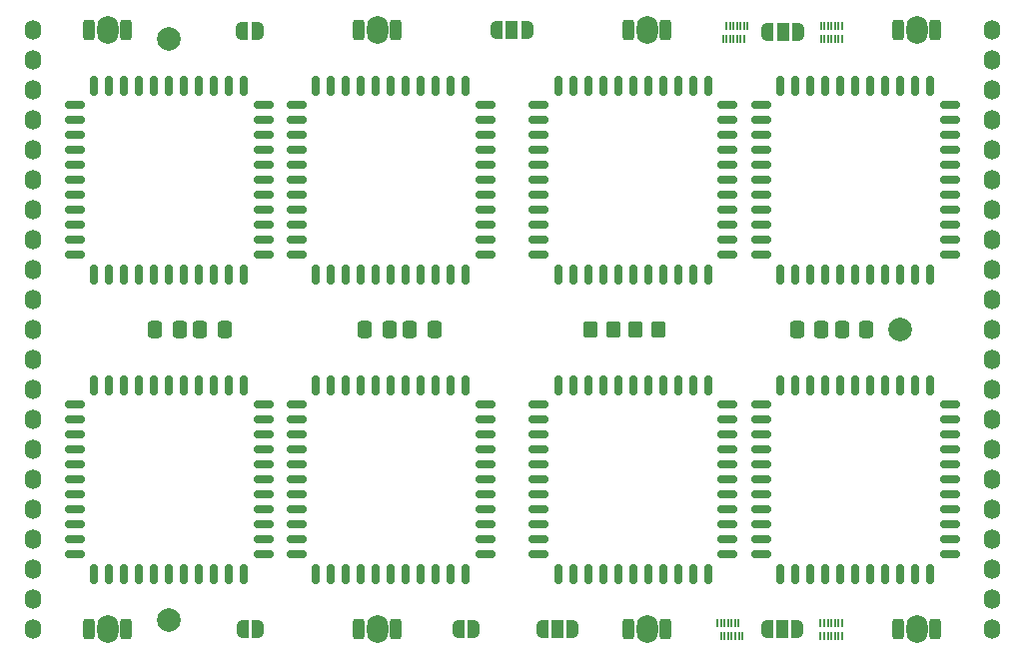
<source format=gbr>
%TF.GenerationSoftware,KiCad,Pcbnew,(6.0.6-0)*%
%TF.CreationDate,2022-07-26T09:11:42-07:00*%
%TF.ProjectId,MTMatrixV3,4d544d61-7472-4697-9856-332e6b696361,rev?*%
%TF.SameCoordinates,Original*%
%TF.FileFunction,Soldermask,Bot*%
%TF.FilePolarity,Negative*%
%FSLAX46Y46*%
G04 Gerber Fmt 4.6, Leading zero omitted, Abs format (unit mm)*
G04 Created by KiCad (PCBNEW (6.0.6-0)) date 2022-07-26 09:11:42*
%MOMM*%
%LPD*%
G01*
G04 APERTURE LIST*
G04 Aperture macros list*
%AMRoundRect*
0 Rectangle with rounded corners*
0 $1 Rounding radius*
0 $2 $3 $4 $5 $6 $7 $8 $9 X,Y pos of 4 corners*
0 Add a 4 corners polygon primitive as box body*
4,1,4,$2,$3,$4,$5,$6,$7,$8,$9,$2,$3,0*
0 Add four circle primitives for the rounded corners*
1,1,$1+$1,$2,$3*
1,1,$1+$1,$4,$5*
1,1,$1+$1,$6,$7*
1,1,$1+$1,$8,$9*
0 Add four rect primitives between the rounded corners*
20,1,$1+$1,$2,$3,$4,$5,0*
20,1,$1+$1,$4,$5,$6,$7,0*
20,1,$1+$1,$6,$7,$8,$9,0*
20,1,$1+$1,$8,$9,$2,$3,0*%
%AMFreePoly0*
4,1,22,0.500000,-0.750000,0.000000,-0.750000,0.000000,-0.745033,-0.079941,-0.743568,-0.215256,-0.701293,-0.333266,-0.622738,-0.424486,-0.514219,-0.481581,-0.384460,-0.499164,-0.250000,-0.500000,-0.250000,-0.500000,0.250000,-0.499164,0.250000,-0.499963,0.256109,-0.478152,0.396186,-0.417904,0.524511,-0.324060,0.630769,-0.204165,0.706417,-0.067858,0.745374,0.000000,0.744959,0.000000,0.750000,
0.500000,0.750000,0.500000,-0.750000,0.500000,-0.750000,$1*%
%AMFreePoly1*
4,1,20,0.000000,0.744959,0.073905,0.744508,0.209726,0.703889,0.328688,0.626782,0.421226,0.519385,0.479903,0.390333,0.500000,0.250000,0.500000,-0.250000,0.499851,-0.262216,0.476331,-0.402017,0.414519,-0.529596,0.319384,-0.634700,0.198574,-0.708877,0.061801,-0.746166,0.000000,-0.745033,0.000000,-0.750000,-0.500000,-0.750000,-0.500000,0.750000,0.000000,0.750000,0.000000,0.744959,
0.000000,0.744959,$1*%
%AMFreePoly2*
4,1,22,0.550000,-0.750000,0.000000,-0.750000,0.000000,-0.745033,-0.079941,-0.743568,-0.215256,-0.701293,-0.333266,-0.622738,-0.424486,-0.514219,-0.481581,-0.384460,-0.499164,-0.250000,-0.500000,-0.250000,-0.500000,0.250000,-0.499164,0.250000,-0.499963,0.256109,-0.478152,0.396186,-0.417904,0.524511,-0.324060,0.630769,-0.204165,0.706417,-0.067858,0.745374,0.000000,0.744959,0.000000,0.750000,
0.550000,0.750000,0.550000,-0.750000,0.550000,-0.750000,$1*%
%AMFreePoly3*
4,1,20,0.000000,0.744959,0.073905,0.744508,0.209726,0.703889,0.328688,0.626782,0.421226,0.519385,0.479903,0.390333,0.500000,0.250000,0.500000,-0.250000,0.499851,-0.262216,0.476331,-0.402017,0.414519,-0.529596,0.319384,-0.634700,0.198574,-0.708877,0.061801,-0.746166,0.000000,-0.745033,0.000000,-0.750000,-0.550000,-0.750000,-0.550000,0.750000,0.000000,0.750000,0.000000,0.744959,
0.000000,0.744959,$1*%
G04 Aperture macros list end*
%ADD10C,0.200000*%
%ADD11C,2.000000*%
%ADD12RoundRect,0.700000X0.000000X-0.150000X0.000000X-0.150000X0.000000X0.150000X0.000000X0.150000X0*%
%ADD13RoundRect,0.250000X0.337500X0.475000X-0.337500X0.475000X-0.337500X-0.475000X0.337500X-0.475000X0*%
%ADD14FreePoly0,180.000000*%
%ADD15FreePoly1,180.000000*%
%ADD16FreePoly2,180.000000*%
%ADD17R,1.000000X1.500000*%
%ADD18FreePoly3,180.000000*%
%ADD19O,1.800000X2.400000*%
%ADD20RoundRect,0.190000X0.285000X0.685000X-0.285000X0.685000X-0.285000X-0.685000X0.285000X-0.685000X0*%
%ADD21RoundRect,0.250000X0.350000X0.450000X-0.350000X0.450000X-0.350000X-0.450000X0.350000X-0.450000X0*%
%ADD22RoundRect,0.150000X0.700000X-0.150000X0.700000X0.150000X-0.700000X0.150000X-0.700000X-0.150000X0*%
%ADD23RoundRect,0.150000X0.150000X-0.700000X0.150000X0.700000X-0.150000X0.700000X-0.150000X-0.700000X0*%
%ADD24RoundRect,0.150000X0.150000X0.700000X-0.150000X0.700000X-0.150000X-0.700000X0.150000X-0.700000X0*%
%ADD25RoundRect,0.150000X0.700000X0.150000X-0.700000X0.150000X-0.700000X-0.150000X0.700000X-0.150000X0*%
%ADD26RoundRect,0.150000X-0.150000X-0.700000X0.150000X-0.700000X0.150000X0.700000X-0.150000X0.700000X0*%
%ADD27RoundRect,0.150000X-0.700000X-0.150000X0.700000X-0.150000X0.700000X0.150000X-0.700000X0.150000X0*%
%ADD28RoundRect,0.150000X-0.700000X0.150000X-0.700000X-0.150000X0.700000X-0.150000X0.700000X0.150000X0*%
%ADD29RoundRect,0.150000X-0.150000X0.700000X-0.150000X-0.700000X0.150000X-0.700000X0.150000X0.700000X0*%
G04 APERTURE END LIST*
D10*
X191250027Y-30882504D02*
X191250027Y-31517504D01*
X182805000Y-80412500D02*
X182805000Y-81047500D01*
X184750027Y-30882504D02*
X184750027Y-31517504D01*
X182950027Y-30882504D02*
X182950027Y-31517504D01*
X192140000Y-80422500D02*
X192140000Y-81057500D01*
X192740000Y-81522500D02*
X192740000Y-82157500D01*
X184450027Y-30882504D02*
X184450027Y-31517504D01*
X193040000Y-81522500D02*
X193040000Y-82157500D01*
X184450027Y-29782504D02*
X184450027Y-30417504D01*
X184301000Y-80412500D02*
X184301000Y-81047500D01*
X192740000Y-80422500D02*
X192740000Y-81057500D01*
X184605000Y-81512500D02*
X184605000Y-82147500D01*
X191550027Y-30882504D02*
X191550027Y-31517504D01*
X184305000Y-81512500D02*
X184305000Y-82147500D01*
X192750027Y-30882504D02*
X192750027Y-31517504D01*
X183105000Y-80412500D02*
X183105000Y-81047500D01*
X183250027Y-30882504D02*
X183250027Y-31517504D01*
X193046027Y-29782504D02*
X193046027Y-30417504D01*
X183705000Y-80412500D02*
X183705000Y-81047500D01*
X192440000Y-81522500D02*
X192440000Y-82157500D01*
X192140000Y-81522500D02*
X192140000Y-82157500D01*
X183550027Y-30882504D02*
X183550027Y-31517504D01*
X183705000Y-81512500D02*
X183705000Y-82147500D01*
X193036000Y-80422500D02*
X193036000Y-81057500D01*
X183850027Y-29782504D02*
X183850027Y-30417504D01*
X183405000Y-80412500D02*
X183405000Y-81047500D01*
X184746027Y-29782504D02*
X184746027Y-30417504D01*
X191850027Y-30882504D02*
X191850027Y-31517504D01*
X192450027Y-30882504D02*
X192450027Y-31517504D01*
X183850027Y-30882504D02*
X183850027Y-31517504D01*
X185050027Y-29782504D02*
X185050027Y-30417504D01*
X193050027Y-30882504D02*
X193050027Y-31517504D01*
X191250027Y-29782504D02*
X191250027Y-30417504D01*
X191540000Y-81522500D02*
X191540000Y-82157500D01*
X184005000Y-81512500D02*
X184005000Y-82147500D01*
X191240000Y-80422500D02*
X191240000Y-81057500D01*
X182805000Y-81512500D02*
X182805000Y-82147500D01*
X183405000Y-81512500D02*
X183405000Y-82147500D01*
X184150027Y-29782504D02*
X184150027Y-30417504D01*
X183550027Y-29782504D02*
X183550027Y-30417504D01*
X182505000Y-80412500D02*
X182505000Y-81047500D01*
X191540000Y-80422500D02*
X191540000Y-81057500D01*
X191840000Y-81522500D02*
X191840000Y-82157500D01*
X192450027Y-29782504D02*
X192450027Y-30417504D01*
X192150027Y-29782504D02*
X192150027Y-30417504D01*
X184150027Y-30882504D02*
X184150027Y-31517504D01*
X191850027Y-29782504D02*
X191850027Y-30417504D01*
X183105000Y-81512500D02*
X183105000Y-82147500D01*
X191840000Y-80422500D02*
X191840000Y-81057500D01*
X191550027Y-29782504D02*
X191550027Y-30417504D01*
X192150027Y-30882504D02*
X192150027Y-31517504D01*
X183250027Y-29782504D02*
X183250027Y-30417504D01*
X191240000Y-81522500D02*
X191240000Y-82157500D01*
X192440000Y-80422500D02*
X192440000Y-81057500D01*
X184005000Y-80412500D02*
X184005000Y-81047500D01*
X192750027Y-29782504D02*
X192750027Y-30417504D01*
D11*
%TO.C,REF\u002A\u002A*%
X198000000Y-55880000D03*
%TD*%
%TO.C,REF\u002A\u002A*%
X136000000Y-80500000D03*
%TD*%
%TO.C,REF\u002A\u002A*%
X136000000Y-31250000D03*
%TD*%
D12*
%TO.C,J1*%
X124460000Y-30480000D03*
X124460000Y-33020000D03*
X124460000Y-35560000D03*
X124460000Y-38100000D03*
X124460000Y-40640000D03*
X124460000Y-43180000D03*
X124460000Y-45720000D03*
X124460000Y-48260000D03*
X124460000Y-50800000D03*
X124460000Y-53340000D03*
X124460000Y-55880000D03*
X124460000Y-58420000D03*
X124460000Y-60960000D03*
X124460000Y-63500000D03*
X124460000Y-66040000D03*
X124460000Y-68580000D03*
X124460000Y-71120000D03*
X124460000Y-73660000D03*
X124460000Y-76200000D03*
X124460000Y-78740000D03*
X124460000Y-81280000D03*
%TD*%
%TO.C,J2*%
X205740000Y-30480000D03*
X205740000Y-33020000D03*
X205740000Y-35560000D03*
X205740000Y-38100000D03*
X205740000Y-40640000D03*
X205740000Y-43180000D03*
X205740000Y-45720000D03*
X205740000Y-48260000D03*
X205740000Y-50800000D03*
X205740000Y-53340000D03*
X205740000Y-55880000D03*
X205740000Y-58420000D03*
X205740000Y-60960000D03*
X205740000Y-63500000D03*
X205740000Y-66040000D03*
X205740000Y-68580000D03*
X205740000Y-71120000D03*
X205740000Y-73660000D03*
X205740000Y-76200000D03*
X205740000Y-78740000D03*
X205740000Y-81280000D03*
%TD*%
D13*
%TO.C,C5*%
X136927500Y-55880000D03*
X134852500Y-55880000D03*
%TD*%
D14*
%TO.C,JP1*%
X143510000Y-30580000D03*
D15*
X142210000Y-30580000D03*
%TD*%
D13*
%TO.C,C6*%
X191305000Y-55880000D03*
X189230000Y-55880000D03*
%TD*%
D14*
%TO.C,JP2*%
X143525000Y-81280000D03*
D15*
X142225000Y-81280000D03*
%TD*%
D16*
%TO.C,JP7*%
X189340027Y-30680004D03*
D17*
X188040027Y-30680004D03*
D18*
X186740027Y-30680004D03*
%TD*%
D13*
%TO.C,C4*%
X140737500Y-55880000D03*
X138662500Y-55880000D03*
%TD*%
D16*
%TO.C,JP5*%
X189295000Y-81280000D03*
D17*
X187995000Y-81280000D03*
D18*
X186695000Y-81280000D03*
%TD*%
D19*
%TO.C,D7*%
X153670000Y-81280000D03*
D20*
X155220000Y-81280000D03*
X152120000Y-81280000D03*
%TD*%
D19*
%TO.C,D6*%
X176530000Y-81280000D03*
D20*
X178080000Y-81280000D03*
X174980000Y-81280000D03*
%TD*%
D19*
%TO.C,D2*%
X176530000Y-30480000D03*
D20*
X178080000Y-30480000D03*
X174980000Y-30480000D03*
%TD*%
D14*
%TO.C,JP3*%
X161838400Y-81280000D03*
D15*
X160538400Y-81280000D03*
%TD*%
D19*
%TO.C,D4*%
X130810000Y-30480000D03*
D20*
X132360000Y-30480000D03*
X129260000Y-30480000D03*
%TD*%
D19*
%TO.C,D8*%
X130810000Y-81280000D03*
D20*
X132360000Y-81280000D03*
X129260000Y-81280000D03*
%TD*%
D21*
%TO.C,R2*%
X177530000Y-55880000D03*
X175530000Y-55880000D03*
%TD*%
D16*
%TO.C,JP6*%
X170240000Y-81280000D03*
D17*
X168940000Y-81280000D03*
D18*
X167640000Y-81280000D03*
%TD*%
D22*
%TO.C,H*%
X202183000Y-68580000D03*
X202183000Y-69850000D03*
X202183000Y-71120000D03*
X202183000Y-72390000D03*
X202183000Y-73660000D03*
X202183000Y-74930000D03*
D23*
X200533000Y-76580000D03*
X199263000Y-76580000D03*
X197993000Y-76580000D03*
X196723000Y-76580000D03*
X195453000Y-76580000D03*
X194183000Y-76580000D03*
X192913000Y-76580000D03*
X191643000Y-76580000D03*
X190373000Y-76580000D03*
X189103000Y-76580000D03*
X187833000Y-76580000D03*
D22*
X186183000Y-74930000D03*
X186183000Y-73660000D03*
X186183000Y-72390000D03*
X186183000Y-71120000D03*
X186183000Y-69850000D03*
X186183000Y-68580000D03*
X186183000Y-67310000D03*
X186183000Y-66040000D03*
X186183000Y-64770000D03*
X186183000Y-63500000D03*
X186183000Y-62230000D03*
D23*
X187833000Y-60580000D03*
X189103000Y-60580000D03*
X190373000Y-60580000D03*
X191643000Y-60580000D03*
X192913000Y-60580000D03*
X194183000Y-60580000D03*
X195453000Y-60580000D03*
X196723000Y-60580000D03*
X197993000Y-60580000D03*
X199263000Y-60580000D03*
X200533000Y-60580000D03*
D22*
X202183000Y-62230000D03*
X202183000Y-63500000D03*
X202183000Y-64770000D03*
X202183000Y-66040000D03*
X202183000Y-67310000D03*
%TD*%
D24*
%TO.C,B*%
X154838400Y-35180000D03*
X156108400Y-35180000D03*
X157378400Y-35180000D03*
X158648400Y-35180000D03*
X159918400Y-35180000D03*
X161188400Y-35180000D03*
D25*
X162838400Y-36830000D03*
X162838400Y-38100000D03*
X162838400Y-39370000D03*
X162838400Y-40640000D03*
X162838400Y-41910000D03*
X162838400Y-43180000D03*
X162838400Y-44450000D03*
X162838400Y-45720000D03*
X162838400Y-46990000D03*
X162838400Y-48260000D03*
X162838400Y-49530000D03*
D24*
X161188400Y-51180000D03*
X159918400Y-51180000D03*
X158648400Y-51180000D03*
X157378400Y-51180000D03*
X156108400Y-51180000D03*
X154838400Y-51180000D03*
X153568400Y-51180000D03*
X152298400Y-51180000D03*
X151028400Y-51180000D03*
X149758400Y-51180000D03*
X148488400Y-51180000D03*
D25*
X146838400Y-49530000D03*
X146838400Y-48260000D03*
X146838400Y-46990000D03*
X146838400Y-45720000D03*
X146838400Y-44450000D03*
X146838400Y-43180000D03*
X146838400Y-41910000D03*
X146838400Y-40640000D03*
X146838400Y-39370000D03*
X146838400Y-38100000D03*
X146838400Y-36830000D03*
D24*
X148488400Y-35180000D03*
X149758400Y-35180000D03*
X151028400Y-35180000D03*
X152298400Y-35180000D03*
X153568400Y-35180000D03*
%TD*%
D13*
%TO.C,C2*%
X154707500Y-55880000D03*
X152632500Y-55880000D03*
%TD*%
D24*
%TO.C,F*%
X154838400Y-60580000D03*
X156108400Y-60580000D03*
X157378400Y-60580000D03*
X158648400Y-60580000D03*
X159918400Y-60580000D03*
X161188400Y-60580000D03*
D25*
X162838400Y-62230000D03*
X162838400Y-63500000D03*
X162838400Y-64770000D03*
X162838400Y-66040000D03*
X162838400Y-67310000D03*
X162838400Y-68580000D03*
X162838400Y-69850000D03*
X162838400Y-71120000D03*
X162838400Y-72390000D03*
X162838400Y-73660000D03*
X162838400Y-74930000D03*
D24*
X161188400Y-76580000D03*
X159918400Y-76580000D03*
X158648400Y-76580000D03*
X157378400Y-76580000D03*
X156108400Y-76580000D03*
X154838400Y-76580000D03*
X153568400Y-76580000D03*
X152298400Y-76580000D03*
X151028400Y-76580000D03*
X149758400Y-76580000D03*
X148488400Y-76580000D03*
D25*
X146838400Y-74930000D03*
X146838400Y-73660000D03*
X146838400Y-72390000D03*
X146838400Y-71120000D03*
X146838400Y-69850000D03*
X146838400Y-68580000D03*
X146838400Y-67310000D03*
X146838400Y-66040000D03*
X146838400Y-64770000D03*
X146838400Y-63500000D03*
X146838400Y-62230000D03*
D24*
X148488400Y-60580000D03*
X149758400Y-60580000D03*
X151028400Y-60580000D03*
X152298400Y-60580000D03*
X153568400Y-60580000D03*
%TD*%
D19*
%TO.C,D3*%
X153670000Y-30480000D03*
D20*
X155220000Y-30480000D03*
X152120000Y-30480000D03*
%TD*%
D24*
%TO.C,D*%
X194183000Y-35180000D03*
X195453000Y-35180000D03*
X196723000Y-35180000D03*
X197993000Y-35180000D03*
X199263000Y-35180000D03*
X200533000Y-35180000D03*
D25*
X202183000Y-36830000D03*
X202183000Y-38100000D03*
X202183000Y-39370000D03*
X202183000Y-40640000D03*
X202183000Y-41910000D03*
X202183000Y-43180000D03*
X202183000Y-44450000D03*
X202183000Y-45720000D03*
X202183000Y-46990000D03*
X202183000Y-48260000D03*
X202183000Y-49530000D03*
D24*
X200533000Y-51180000D03*
X199263000Y-51180000D03*
X197993000Y-51180000D03*
X196723000Y-51180000D03*
X195453000Y-51180000D03*
X194183000Y-51180000D03*
X192913000Y-51180000D03*
X191643000Y-51180000D03*
X190373000Y-51180000D03*
X189103000Y-51180000D03*
X187833000Y-51180000D03*
D25*
X186183000Y-49530000D03*
X186183000Y-48260000D03*
X186183000Y-46990000D03*
X186183000Y-45720000D03*
X186183000Y-44450000D03*
X186183000Y-43180000D03*
X186183000Y-41910000D03*
X186183000Y-40640000D03*
X186183000Y-39370000D03*
X186183000Y-38100000D03*
X186183000Y-36830000D03*
D24*
X187833000Y-35180000D03*
X189103000Y-35180000D03*
X190373000Y-35180000D03*
X191643000Y-35180000D03*
X192913000Y-35180000D03*
%TD*%
D13*
%TO.C,C1*%
X158517500Y-55880000D03*
X156442500Y-55880000D03*
%TD*%
D21*
%TO.C,R1*%
X173720000Y-55880000D03*
X171720000Y-55880000D03*
%TD*%
D24*
%TO.C,G*%
X175361600Y-60580000D03*
X176631600Y-60580000D03*
X177901600Y-60580000D03*
X179171600Y-60580000D03*
X180441600Y-60580000D03*
X181711600Y-60580000D03*
D25*
X183361600Y-62230000D03*
X183361600Y-63500000D03*
X183361600Y-64770000D03*
X183361600Y-66040000D03*
X183361600Y-67310000D03*
X183361600Y-68580000D03*
X183361600Y-69850000D03*
X183361600Y-71120000D03*
X183361600Y-72390000D03*
X183361600Y-73660000D03*
X183361600Y-74930000D03*
D24*
X181711600Y-76580000D03*
X180441600Y-76580000D03*
X179171600Y-76580000D03*
X177901600Y-76580000D03*
X176631600Y-76580000D03*
X175361600Y-76580000D03*
X174091600Y-76580000D03*
X172821600Y-76580000D03*
X171551600Y-76580000D03*
X170281600Y-76580000D03*
X169011600Y-76580000D03*
D25*
X167361600Y-74930000D03*
X167361600Y-73660000D03*
X167361600Y-72390000D03*
X167361600Y-71120000D03*
X167361600Y-69850000D03*
X167361600Y-68580000D03*
X167361600Y-67310000D03*
X167361600Y-66040000D03*
X167361600Y-64770000D03*
X167361600Y-63500000D03*
X167361600Y-62230000D03*
D24*
X169011600Y-60580000D03*
X170281600Y-60580000D03*
X171551600Y-60580000D03*
X172821600Y-60580000D03*
X174091600Y-60580000D03*
%TD*%
D16*
%TO.C,JP4*%
X166370000Y-30480000D03*
D17*
X165070000Y-30480000D03*
D18*
X163770000Y-30480000D03*
%TD*%
D19*
%TO.C,D5*%
X199390000Y-81280000D03*
D20*
X200940000Y-81280000D03*
X197840000Y-81280000D03*
%TD*%
D13*
%TO.C,C3*%
X195115000Y-55880000D03*
X193040000Y-55880000D03*
%TD*%
D24*
%TO.C,C*%
X175361600Y-35180000D03*
X176631600Y-35180000D03*
X177901600Y-35180000D03*
X179171600Y-35180000D03*
X180441600Y-35180000D03*
X181711600Y-35180000D03*
D25*
X183361600Y-36830000D03*
X183361600Y-38100000D03*
X183361600Y-39370000D03*
X183361600Y-40640000D03*
X183361600Y-41910000D03*
X183361600Y-43180000D03*
X183361600Y-44450000D03*
X183361600Y-45720000D03*
X183361600Y-46990000D03*
X183361600Y-48260000D03*
X183361600Y-49530000D03*
D24*
X181711600Y-51180000D03*
X180441600Y-51180000D03*
X179171600Y-51180000D03*
X177901600Y-51180000D03*
X176631600Y-51180000D03*
X175361600Y-51180000D03*
X174091600Y-51180000D03*
X172821600Y-51180000D03*
X171551600Y-51180000D03*
X170281600Y-51180000D03*
X169011600Y-51180000D03*
D25*
X167361600Y-49530000D03*
X167361600Y-48260000D03*
X167361600Y-46990000D03*
X167361600Y-45720000D03*
X167361600Y-44450000D03*
X167361600Y-43180000D03*
X167361600Y-41910000D03*
X167361600Y-40640000D03*
X167361600Y-39370000D03*
X167361600Y-38100000D03*
X167361600Y-36830000D03*
D24*
X169011600Y-35180000D03*
X170281600Y-35180000D03*
X171551600Y-35180000D03*
X172821600Y-35180000D03*
X174091600Y-35180000D03*
%TD*%
D19*
%TO.C,D1*%
X199390000Y-30480000D03*
D20*
X200940000Y-30480000D03*
X197840000Y-30480000D03*
%TD*%
D26*
%TO.C,E*%
X136017000Y-76580000D03*
X134747000Y-76580000D03*
X133477000Y-76580000D03*
X132207000Y-76580000D03*
X130937000Y-76580000D03*
X129667000Y-76580000D03*
D27*
X128017000Y-74930000D03*
X128017000Y-73660000D03*
X128017000Y-72390000D03*
X128017000Y-71120000D03*
X128017000Y-69850000D03*
X128017000Y-68580000D03*
X128017000Y-67310000D03*
X128017000Y-66040000D03*
X128017000Y-64770000D03*
X128017000Y-63500000D03*
X128017000Y-62230000D03*
D26*
X129667000Y-60580000D03*
X130937000Y-60580000D03*
X132207000Y-60580000D03*
X133477000Y-60580000D03*
X134747000Y-60580000D03*
X136017000Y-60580000D03*
X137287000Y-60580000D03*
X138557000Y-60580000D03*
X139827000Y-60580000D03*
X141097000Y-60580000D03*
X142367000Y-60580000D03*
D27*
X144017000Y-62230000D03*
X144017000Y-63500000D03*
X144017000Y-64770000D03*
X144017000Y-66040000D03*
X144017000Y-67310000D03*
X144017000Y-68580000D03*
X144017000Y-69850000D03*
X144017000Y-71120000D03*
X144017000Y-72390000D03*
X144017000Y-73660000D03*
X144017000Y-74930000D03*
D26*
X142367000Y-76580000D03*
X141097000Y-76580000D03*
X139827000Y-76580000D03*
X138557000Y-76580000D03*
X137287000Y-76580000D03*
%TD*%
D28*
%TO.C,A*%
X128017000Y-43180000D03*
X128017000Y-41910000D03*
X128017000Y-40640000D03*
X128017000Y-39370000D03*
X128017000Y-38100000D03*
X128017000Y-36830000D03*
D29*
X129667000Y-35180000D03*
X130937000Y-35180000D03*
X132207000Y-35180000D03*
X133477000Y-35180000D03*
X134747000Y-35180000D03*
X136017000Y-35180000D03*
X137287000Y-35180000D03*
X138557000Y-35180000D03*
X139827000Y-35180000D03*
X141097000Y-35180000D03*
X142367000Y-35180000D03*
D28*
X144017000Y-36830000D03*
X144017000Y-38100000D03*
X144017000Y-39370000D03*
X144017000Y-40640000D03*
X144017000Y-41910000D03*
X144017000Y-43180000D03*
X144017000Y-44450000D03*
X144017000Y-45720000D03*
X144017000Y-46990000D03*
X144017000Y-48260000D03*
X144017000Y-49530000D03*
D29*
X142367000Y-51180000D03*
X141097000Y-51180000D03*
X139827000Y-51180000D03*
X138557000Y-51180000D03*
X137287000Y-51180000D03*
X136017000Y-51180000D03*
X134747000Y-51180000D03*
X133477000Y-51180000D03*
X132207000Y-51180000D03*
X130937000Y-51180000D03*
X129667000Y-51180000D03*
D28*
X128017000Y-49530000D03*
X128017000Y-48260000D03*
X128017000Y-46990000D03*
X128017000Y-45720000D03*
X128017000Y-44450000D03*
%TD*%
M02*

</source>
